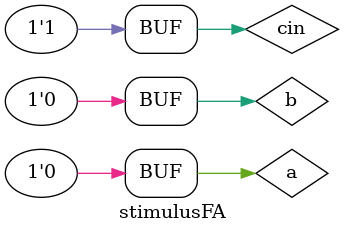
<source format=v>
module fulladder(s, c, a, b, cin);
input a, b, cin;
output s, c;
wire c1, s1, c2;
halfadder h1(s1, c1, a, b);
halfadder h2(s, c2, s1, cin);
or(c, c1, c2);
endmodule

module stimulusFA;
reg a, b, cin;
wire s, c;
fulladder f1(s, c, a, b, cin);
initial
begin
	a = 1;
	b = 1;
	cin = 0;
	#100 cin = 1;
	#100 a = 0;
	#100 b = 0;
end
endmodule



</source>
